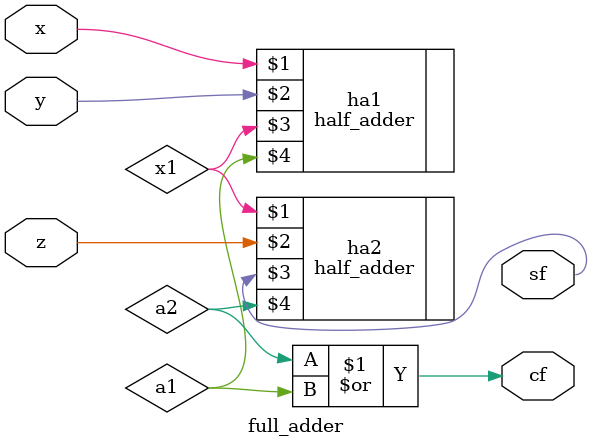
<source format=v>
module full_adder(x,y,z,sf,cf);
	output sf,cf;
	input x,y,z;
	wire x1,a1,a2;

	half_adder ha1(x,y,x1,a1);
	half_adder ha2(x1,z,sf,a2);
	or(cf,a2,a1);
endmodule

</source>
